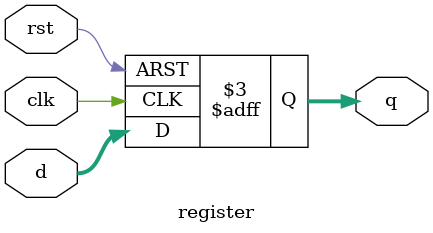
<source format=v>
module register(input      [3:0] d  ,
                input            clk,
                input            rst,
                output reg [3:0] q );

always @(posedge clk, negedge rst)begin
  if(~rst) begin
    q<=4'h0;
  end else begin
    q<=d   ;
  end
end
endmodule

</source>
